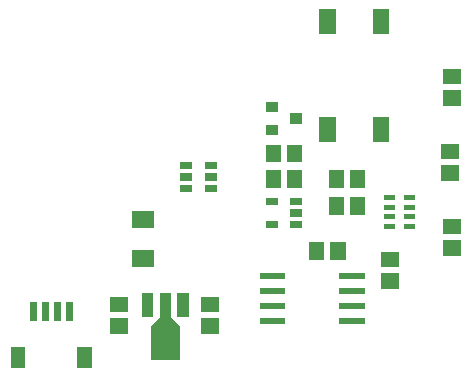
<source format=gbr>
G04 start of page 11 for group -4015 idx -4015 *
G04 Title: (unknown), toppaste *
G04 Creator: pcb 4.0.2 *
G04 CreationDate: Mon Nov 22 04:11:08 2021 UTC *
G04 For: ndholmes *
G04 Format: Gerber/RS-274X *
G04 PCB-Dimensions (mil): 2000.00 1500.00 *
G04 PCB-Coordinate-Origin: lower left *
%MOIN*%
%FSLAX25Y25*%
%LNTOPPASTE*%
%ADD71C,0.0001*%
G54D71*G36*
X181048Y69516D02*Y64398D01*
X186952D01*
Y69516D01*
X181048D01*
G37*
G36*
Y76602D02*Y71484D01*
X186952D01*
Y76602D01*
X181048D01*
G37*
G36*
X122500Y58700D02*Y56300D01*
X126500D01*
Y58700D01*
X122500D01*
G37*
G36*
Y50900D02*Y48500D01*
X126500D01*
Y50900D01*
X122500D01*
G37*
G36*
X130700D02*Y48500D01*
X134700D01*
Y50900D01*
X130700D01*
G37*
G36*
Y54800D02*Y52400D01*
X134700D01*
Y54800D01*
X130700D01*
G37*
G36*
Y58700D02*Y56300D01*
X134700D01*
Y58700D01*
X130700D01*
G37*
G36*
X127516Y76452D02*X122398D01*
Y70548D01*
X127516D01*
Y76452D01*
G37*
G36*
X134602D02*X129484D01*
Y70548D01*
X134602D01*
Y76452D01*
G37*
G36*
Y67952D02*X129484D01*
Y62048D01*
X134602D01*
Y67952D01*
G37*
G36*
X127516D02*X122398D01*
Y62048D01*
X127516D01*
Y67952D01*
G37*
G36*
X181548Y94516D02*Y89398D01*
X187452D01*
Y94516D01*
X181548D01*
G37*
G36*
Y101602D02*Y96484D01*
X187452D01*
Y101602D01*
X181548D01*
G37*
G36*
X147000Y18500D02*Y16500D01*
X155500D01*
Y18500D01*
X147000D01*
G37*
G36*
Y23500D02*Y21500D01*
X155500D01*
Y23500D01*
X147000D01*
G37*
G36*
Y28500D02*Y26500D01*
X155500D01*
Y28500D01*
X147000D01*
G37*
G36*
Y33500D02*Y31500D01*
X155500D01*
Y33500D01*
X147000D01*
G37*
G36*
X120500D02*Y31500D01*
X129000D01*
Y33500D01*
X120500D01*
G37*
G36*
Y28500D02*Y26500D01*
X129000D01*
Y28500D01*
X120500D01*
G37*
G36*
Y23500D02*Y21500D01*
X129000D01*
Y23500D01*
X120500D01*
G37*
G36*
Y18500D02*Y16500D01*
X129000D01*
Y18500D01*
X120500D01*
G37*
G36*
X148516Y67952D02*X143398D01*
Y62048D01*
X148516D01*
Y67952D01*
G37*
G36*
X155602D02*X150484D01*
Y62048D01*
X155602D01*
Y67952D01*
G37*
G36*
X122500Y90700D02*Y87300D01*
X126500D01*
Y90700D01*
X122500D01*
G37*
G36*
Y82900D02*Y79500D01*
X126500D01*
Y82900D01*
X122500D01*
G37*
G36*
X130700Y86800D02*Y83400D01*
X134700D01*
Y86800D01*
X130700D01*
G37*
G36*
X155602Y58952D02*X150484D01*
Y53048D01*
X155602D01*
Y58952D01*
G37*
G36*
X148516D02*X143398D01*
Y53048D01*
X148516D01*
Y58952D01*
G37*
G36*
X181548Y44516D02*Y39398D01*
X187452D01*
Y44516D01*
X181548D01*
G37*
G36*
Y51602D02*Y46484D01*
X187452D01*
Y51602D01*
X181548D01*
G37*
G36*
X77750Y54250D02*Y48750D01*
X85250D01*
Y54250D01*
X77750D01*
G37*
G36*
Y41250D02*Y35750D01*
X85250D01*
Y41250D01*
X77750D01*
G37*
G36*
X142016Y43952D02*X136898D01*
Y38048D01*
X142016D01*
Y43952D01*
G37*
G36*
X149102D02*X143984D01*
Y38048D01*
X149102D01*
Y43952D01*
G37*
G36*
X161048Y33516D02*Y28398D01*
X166952D01*
Y33516D01*
X161048D01*
G37*
G36*
Y40602D02*Y35484D01*
X166952D01*
Y40602D01*
X161048D01*
G37*
G36*
X168576Y50112D02*Y48440D01*
X172120D01*
Y50112D01*
X168576D01*
G37*
G36*
Y53262D02*Y51588D01*
X172120D01*
Y53262D01*
X168576D01*
G37*
G36*
Y56412D02*Y54738D01*
X172120D01*
Y56412D01*
X168576D01*
G37*
G36*
Y59560D02*Y57888D01*
X172120D01*
Y59560D01*
X168576D01*
G37*
G36*
X161880D02*Y57888D01*
X165424D01*
Y59560D01*
X161880D01*
G37*
G36*
Y56412D02*Y54738D01*
X165424D01*
Y56412D01*
X161880D01*
G37*
G36*
Y53262D02*Y51588D01*
X165424D01*
Y53262D01*
X161880D01*
G37*
G36*
Y50112D02*Y48440D01*
X165424D01*
Y50112D01*
X161880D01*
G37*
G36*
X94000Y70700D02*Y68300D01*
X98000D01*
Y70700D01*
X94000D01*
G37*
G36*
Y66800D02*Y64400D01*
X98000D01*
Y66800D01*
X94000D01*
G37*
G36*
Y62900D02*Y60500D01*
X98000D01*
Y62900D01*
X94000D01*
G37*
G36*
X102200D02*Y60500D01*
X106200D01*
Y62900D01*
X102200D01*
G37*
G36*
Y66800D02*Y64400D01*
X106200D01*
Y66800D01*
X102200D01*
G37*
G36*
Y70700D02*Y68300D01*
X106200D01*
Y70700D01*
X102200D01*
G37*
G36*
X101048Y25602D02*Y20484D01*
X106952D01*
Y25602D01*
X101048D01*
G37*
G36*
Y18516D02*Y13398D01*
X106952D01*
Y18516D01*
X101048D01*
G37*
G36*
X70548Y25602D02*Y20484D01*
X76452D01*
Y25602D01*
X70548D01*
G37*
G36*
Y18516D02*Y13398D01*
X76452D01*
Y18516D01*
X70548D01*
G37*
G36*
X96796Y26795D02*X93016D01*
Y18921D01*
X96796D01*
Y26795D01*
G37*
G36*
X90890D02*X87110D01*
Y11205D01*
X90890D01*
Y26795D01*
G37*
G36*
X93725Y16086D02*X84275D01*
Y4746D01*
X93725D01*
Y16086D01*
G37*
G36*
X90885Y18926D02*X89465Y17506D01*
X92305Y14666D01*
X93725Y16086D01*
X90885Y18926D01*
G37*
G36*
X88535Y17506D02*X87115Y18926D01*
X84275Y16086D01*
X85695Y14666D01*
X88535Y17506D01*
G37*
G36*
X84984Y26795D02*X81204D01*
Y18921D01*
X84984D01*
Y26795D01*
G37*
G36*
X46299Y23807D02*X43937D01*
Y17705D01*
X46299D01*
Y23807D01*
G37*
G36*
X50236D02*X47874D01*
Y17705D01*
X50236D01*
Y23807D01*
G37*
G36*
X54173D02*X51811D01*
Y17705D01*
X54173D01*
Y23807D01*
G37*
G36*
X58110D02*X55748D01*
Y17705D01*
X58110D01*
Y23807D01*
G37*
G36*
X42362Y9043D02*X37638D01*
Y1957D01*
X42362D01*
Y9043D01*
G37*
G36*
X64409D02*X59685D01*
Y1957D01*
X64409D01*
Y9043D01*
G37*
G36*
X145850Y85700D02*X140350D01*
Y77400D01*
X145850D01*
Y85700D01*
G37*
G36*
Y121600D02*X140350D01*
Y113300D01*
X145850D01*
Y121600D01*
G37*
G36*
X163650Y85700D02*X158150D01*
Y77400D01*
X163650D01*
Y85700D01*
G37*
G36*
Y121600D02*X158150D01*
Y113300D01*
X163650D01*
Y121600D01*
G37*
M02*

</source>
